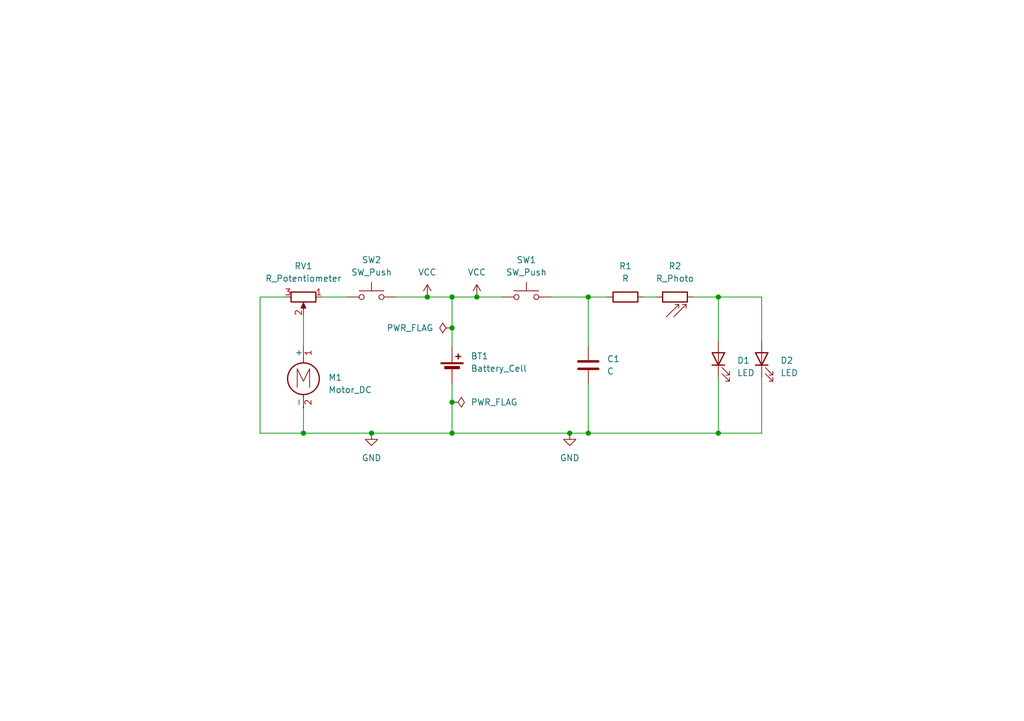
<source format=kicad_sch>
(kicad_sch (version 20250114) (generator "eeschema") (generator_version "9.0")
  (paper "A5")
  (title_block (title "Schematics for PCB Keychain/Fidget") (date "2025-06-24") (rev "0"))
  (lib_symbols
    (symbol "Device:Battery_Cell" (pin_numbers (hide yes)) (pin_names (offset 0) (hide yes))
      (property "Reference" "BT" (at 2.54 2.54 0))
      (property "Value" "Battery_Cell" (at 2.54 0 0))
      (symbol "Battery_Cell_0_1"
        (rectangle (start -2.286 1.778) (end 2.286 1.524) (fill (type outline)))
        (rectangle (start -1.524 1.016) (end 1.524 0.508) (fill (type outline)))
        (polyline (pts (xy 0 1.778) (xy 0 2.54)))
        (polyline (pts (xy 0 0.762) (xy 0 0)))
        (polyline (pts (xy 0.762 3.048) (xy 1.778 3.048)) (stroke (width 0.254)))
        (polyline (pts (xy 1.27 3.556) (xy 1.27 2.54)) (stroke (width 0.254)))
      )
      (symbol "Battery_Cell_1_1"
        (pin passive line (at 0 5.08 270) (length 2.54) (name "+") (number "1"))
        (pin passive line (at 0 -2.54 90) (length 2.54) (name "-") (number "2"))
      )
    )
    (symbol "Device:C" (pin_numbers (hide yes)) (pin_names (offset 0.254))
      (property "Reference" "C" (at 0.635 2.54 0))
      (property "Value" "C" (at 0.635 -2.54 0))
      (symbol "C_0_1"
        (polyline (pts (xy -2.032 0.762) (xy 2.032 0.762)) (stroke (width 0.508)))
        (polyline (pts (xy -2.032 -0.762) (xy 2.032 -0.762)) (stroke (width 0.508)))
      )
      (symbol "C_1_1"
        (pin passive line (at 0 3.81 270) (length 2.794) (name "~") (number "1"))
        (pin passive line (at 0 -3.81 90) (length 2.794) (name "~") (number "2"))
      )
    )
    (symbol "Device:LED" (pin_numbers (hide yes)) (pin_names (offset 1.016) (hide yes))
      (property "Reference" "D" (at 0 2.54 0))
      (property "Value" "LED" (at 0 -2.54 0))
      (symbol "LED_0_1"
        (polyline (pts (xy -3.048 -0.762) (xy -4.572 -2.286) (xy -3.81 -2.286) (xy -4.572 -2.286) (xy -4.572 -1.524)))
        (polyline (pts (xy -1.778 -0.762) (xy -3.302 -2.286) (xy -2.54 -2.286) (xy -3.302 -2.286) (xy -3.302 -1.524)))
        (polyline (pts (xy -1.27 0) (xy 1.27 0)))
        (polyline (pts (xy -1.27 -1.27) (xy -1.27 1.27)) (stroke (width 0.254)))
        (polyline (pts (xy 1.27 -1.27) (xy 1.27 1.27) (xy -1.27 0) (xy 1.27 -1.27)) (stroke (width 0.254)))
      )
      (symbol "LED_1_1"
        (pin passive line (at -3.81 0 0) (length 2.54) (name "K") (number "1"))
        (pin passive line (at 3.81 0 180) (length 2.54) (name "A") (number "2"))
      )
    )
    (symbol "Device:R" (pin_numbers (hide yes)) (pin_names (offset 0))
      (property "Reference" "R" (at 2.032 0 90))
      (property "Value" "R" (at 0 0 90))
      (symbol "R_0_1"
        (rectangle (start -1.016 -2.54) (end 1.016 2.54) (stroke (width 0.254)))
      )
      (symbol "R_1_1"
        (pin passive line (at 0 3.81 270) (length 1.27) (name "~") (number "1"))
        (pin passive line (at 0 -3.81 90) (length 1.27) (name "~") (number "2"))
      )
    )
    (symbol "Device:R_Photo" (pin_numbers (hide yes)) (pin_names (offset 0))
      (property "Reference" "R" (at 1.27 1.27 0))
      (property "Value" "R_Photo" (at 1.27 0 0))
      (symbol "R_Photo_0_1"
        (polyline (pts (xy -1.524 -0.762) (xy -4.064 1.778)))
        (polyline (pts (xy -1.524 -0.762) (xy -2.286 -0.762)))
        (polyline (pts (xy -1.524 -0.762) (xy -1.524 0)))
        (polyline (pts (xy -1.524 -2.286) (xy -4.064 0.254)))
        (polyline (pts (xy -1.524 -2.286) (xy -2.286 -2.286)))
        (polyline (pts (xy -1.524 -2.286) (xy -1.524 -1.524)))
        (rectangle (start -1.016 2.54) (end 1.016 -2.54) (stroke (width 0.254)))
      )
      (symbol "R_Photo_1_1"
        (pin passive line (at 0 3.81 270) (length 1.27) (name "~") (number "1"))
        (pin passive line (at 0 -3.81 90) (length 1.27) (name "~") (number "2"))
      )
    )
    (symbol "Device:R_Potentiometer" (pin_names (offset 1.016) (hide yes))
      (property "Reference" "RV" (at -4.445 0 90))
      (property "Value" "R_Potentiometer" (at -2.54 0 90))
      (symbol "R_Potentiometer_0_1"
        (rectangle (start 1.016 2.54) (end -1.016 -2.54) (stroke (width 0.254)))
        (polyline (pts (xy 1.143 0) (xy 2.286 0.508) (xy 2.286 -0.508) (xy 1.143 0)) (fill (type outline)))
        (polyline (pts (xy 2.54 0) (xy 1.524 0)))
      )
      (symbol "R_Potentiometer_1_1"
        (pin passive line (at 0 3.81 270) (length 1.27) (name "1") (number "1"))
        (pin passive line (at 0 -3.81 90) (length 1.27) (name "3") (number "3"))
        (pin passive line (at 3.81 0 180) (length 1.27) (name "2") (number "2"))
      )
    )
    (symbol "Motor:Motor_DC" (pin_names (offset 0))
      (property "Reference" "M" (at 2.54 2.54 0))
      (property "Value" "Motor_DC" (at 2.54 -5.08 0))
      (symbol "Motor_DC_0_0"
        (polyline (pts (xy -1.27 -3.302) (xy -1.27 0.508) (xy 0 -2.032) (xy 1.27 0.508) (xy 1.27 -3.302)))
      )
      (symbol "Motor_DC_0_1"
        (polyline (pts (xy 0 2.032) (xy 0 2.54)))
        (polyline (pts (xy 0 1.7272) (xy 0 2.0828)))
        (circle (center 0 -1.524) (radius 3.2512) (stroke (width 0.254)))
        (polyline (pts (xy 0 -4.7752) (xy 0 -5.1816)))
        (polyline (pts (xy 0 -7.62) (xy 0 -7.112)))
      )
      (symbol "Motor_DC_1_1"
        (pin passive line (at 0 5.08 270) (length 2.54) (name "+") (number "1"))
        (pin passive line (at 0 -7.62 90) (length 2.54) (name "-") (number "2"))
      )
    )
    (symbol "Switch:SW_Push" (pin_numbers (hide yes)) (pin_names (offset 1.016) (hide yes))
      (property "Reference" "SW" (at 1.27 2.54 0))
      (property "Value" "SW_Push" (at 0 -1.524 0))
      (symbol "SW_Push_0_1"
        (circle (center -2.032 0) (radius 0.508))
        (polyline (pts (xy 0 1.27) (xy 0 3.048)))
        (circle (center 2.032 0) (radius 0.508))
        (polyline (pts (xy 2.54 1.27) (xy -2.54 1.27)))
        (pin passive line (at -5.08 0 0) (length 2.54) (name "1") (number "1"))
        (pin passive line (at 5.08 0 180) (length 2.54) (name "2") (number "2"))
      )
    )
    (symbol "power:GND" (power) (pin_numbers (hide yes)) (pin_names (offset 0) (hide yes))
      (property "Value" "GND" (at 0 -3.81 0))
      (symbol "GND_0_1"
        (polyline (pts (xy 0 0) (xy 0 -1.27) (xy 1.27 -1.27) (xy 0 -2.54) (xy -1.27 -1.27) (xy 0 -1.27)))
      )
      (symbol "GND_1_1"
        (pin power_in line (at 0 0 270) (length 0) (name "~") (number "1"))
      )
    )
    (symbol "power:PWR_FLAG" (power) (pin_numbers (hide yes)) (pin_names (offset 0) (hide yes))
      (property "Value" "PWR_FLAG" (at 0 3.81 0))
      (symbol "PWR_FLAG_0_0"
        (pin power_out line (at 0 0 90) (length 0) (name "~") (number "1"))
      )
      (symbol "PWR_FLAG_0_1"
        (polyline (pts (xy 0 0) (xy 0 1.27) (xy -1.016 1.905) (xy 0 2.54) (xy 1.016 1.905) (xy 0 1.27)))
      )
    )
    (symbol "power:VCC" (power) (pin_numbers (hide yes)) (pin_names (offset 0) (hide yes))
      (property "Value" "VCC" (at 0 3.556 0))
      (symbol "VCC_0_1"
        (polyline (pts (xy -0.762 1.27) (xy 0 2.54)))
        (polyline (pts (xy 0 2.54) (xy 0.762 1.27)))
        (polyline (pts (xy 0 0) (xy 0 2.54)))
      )
      (symbol "VCC_1_1"
        (pin power_in line (at 0 0 90) (length 0) (name "~") (number "1"))
      )
    )
  )
  (junction (at 87.63 60.96))
  (junction (at 92.71 88.9))
  (junction (at 62.23 88.9))
  (junction (at 92.71 67.31))
  (junction (at 120.65 60.96))
  (junction (at 147.32 88.9))
  (junction (at 120.65 88.9))
  (junction (at 92.71 60.96))
  (junction (at 147.32 60.96))
  (junction (at 97.79 60.96))
  (junction (at 92.71 82.55))
  (junction (at 76.2 88.9))
  (junction (at 116.84 88.9))
  (wire (pts (xy 92.71 67.31) (xy 92.71 60.96)))
  (wire (pts (xy 147.32 60.96) (xy 147.32 69.85)))
  (wire (pts (xy 92.71 60.96) (xy 97.79 60.96)))
  (wire (pts (xy 62.23 64.77) (xy 62.23 71.12)))
  (wire (pts (xy 53.34 60.96) (xy 58.42 60.96)))
  (wire (pts (xy 120.65 60.96) (xy 124.46 60.96)))
  (wire (pts (xy 132.08 60.96) (xy 134.62 60.96)))
  (wire (pts (xy 156.21 88.9) (xy 147.32 88.9)))
  (wire (pts (xy 156.21 60.96) (xy 156.21 69.85)))
  (wire (pts (xy 53.34 88.9) (xy 62.23 88.9)))
  (wire (pts (xy 97.79 60.96) (xy 102.87 60.96)))
  (wire (pts (xy 116.84 88.9) (xy 120.65 88.9)))
  (wire (pts (xy 113.03 60.96) (xy 120.65 60.96)))
  (wire (pts (xy 92.71 82.55) (xy 92.71 78.74)))
  (wire (pts (xy 53.34 88.9) (xy 53.34 60.96)))
  (wire (pts (xy 62.23 88.9) (xy 76.2 88.9)))
  (wire (pts (xy 92.71 88.9) (xy 92.71 82.55)))
  (wire (pts (xy 81.28 60.96) (xy 87.63 60.96)))
  (wire (pts (xy 120.65 78.74) (xy 120.65 88.9)))
  (wire (pts (xy 120.65 60.96) (xy 120.65 71.12)))
  (wire (pts (xy 147.32 60.96) (xy 156.21 60.96)))
  (wire (pts (xy 142.24 60.96) (xy 147.32 60.96)))
  (wire (pts (xy 62.23 83.82) (xy 62.23 88.9)))
  (wire (pts (xy 87.63 60.96) (xy 92.71 60.96)))
  (wire (pts (xy 120.65 88.9) (xy 147.32 88.9)))
  (wire (pts (xy 92.71 71.12) (xy 92.71 67.31)))
  (wire (pts (xy 92.71 88.9) (xy 116.84 88.9)))
  (wire (pts (xy 76.2 88.9) (xy 92.71 88.9)))
  (wire (pts (xy 66.04 60.96) (xy 71.12 60.96)))
  (wire (pts (xy 156.21 77.47) (xy 156.21 88.9)))
  (wire (pts (xy 147.32 77.47) (xy 147.32 88.9)))
  (symbol (lib_id "power:PWR_FLAG") (at 92.71 67.31 90) (unit 1)
    (property "Reference" "#FLG01" (effects (hide yes)))
    (property "Value" "PWR_FLAG" (at 88.9 67.3099 90) (effects (justify left)))
    (property "Description" "Special symbol for telling ERC where power comes from" (effects (hide yes)))
  )
  (symbol (lib_id "power:GND") (at 76.2 88.9 0) (unit 1)
    (property "Reference" "#PWR03" (effects (hide yes)))
    (property "Value" "GND" (at 76.2 93.98 0))
    (property "Description" "Power symbol creates a global label with name \"GND\" , ground" (effects (hide yes)))
  )
  (symbol (lib_id "power:VCC") (at 87.63 60.96 0) (unit 1)
    (property "Reference" "#PWR02" (effects (hide yes)))
    (property "Value" "VCC" (at 87.63 55.88 0))
    (property "Description" "Power symbol creates a global label with name \"VCC\"" (effects (hide yes)))
  )
  (symbol (lib_id "power:VCC") (at 97.79 60.96 0) (unit 1)
    (property "Reference" "#PWR01" (effects (hide yes)))
    (property "Value" "VCC" (at 97.79 55.88 0))
    (property "Description" "Power symbol creates a global label with name \"VCC\"" (effects (hide yes)))
  )
  (symbol (lib_id "Device:C") (at 120.65 74.93 180) (unit 1)
    (property "Reference" "C1" (at 124.46 73.6599 0) (effects (justify right)))
    (property "Value" "C" (at 124.46 76.1999 0) (effects (justify right)))
    (property "Footprint" "Capacitor_THT:CP_Radial_D8.0mm_P5.00mm" (effects (hide yes)))
    (property "Description" "Unpolarized capacitor" (effects (hide yes)))
  )
  (symbol (lib_id "Switch:SW_Push") (at 107.95 60.96 0) (unit 1)
    (property "Reference" "SW1" (at 107.95 53.34 0))
    (property "Value" "SW_Push" (at 107.95 55.88 0))
    (property "Footprint" "Button_Switch_THT:SW_PUSH_6mm" (effects (hide yes)))
    (property "Description" "Push button switch, generic, two pins" (effects (hide yes)))
  )
  (symbol (lib_id "Motor:Motor_DC") (at 62.23 76.2 0) (unit 1)
    (property "Reference" "M1" (at 67.31 77.4699 0) (effects (justify left)))
    (property "Value" "Motor_DC" (at 67.31 80.0099 0) (effects (justify left)))
    (property "Footprint" "Connector_PinHeader_2.54mm:PinHeader_1x02_P2.54mm_Vertical" (effects (hide yes)))
    (property "Description" "DC Motor" (effects (hide yes)))
  )
  (symbol (lib_id "Device:R") (at 128.27 60.96 90) (unit 1)
    (property "Reference" "R1" (at 128.27 54.61 90))
    (property "Value" "R" (at 128.27 57.15 90))
    (property "Footprint" "Resistor_THT:R_Axial_DIN0207_L6.3mm_D2.5mm_P7.62mm_Horizontal" (effects (hide yes)))
    (property "Description" "Resistor" (effects (hide yes)))
  )
  (symbol (lib_id "Device:LED") (at 156.21 73.66 90) (unit 1)
    (property "Reference" "D2" (at 160.02 73.9774 90) (effects (justify right)))
    (property "Value" "LED" (at 160.02 76.5174 90) (effects (justify right)))
    (property "Footprint" "LED_THT:LED_D5.0mm" (effects (hide yes)))
    (property "Description" "Light emitting diode" (effects (hide yes)))
    (property "Sim.Pins" "1=K 2=A" (effects (hide yes)))
  )
  (symbol (lib_id "Switch:SW_Push") (at 76.2 60.96 0) (unit 1)
    (property "Reference" "SW2" (at 76.2 53.34 0))
    (property "Value" "SW_Push" (at 76.2 55.88 0))
    (property "Footprint" "Button_Switch_THT:SW_PUSH_6mm" (effects (hide yes)))
    (property "Description" "Push button switch, generic, two pins" (effects (hide yes)))
  )
  (symbol (lib_id "power:GND") (at 116.84 88.9 0) (unit 1)
    (property "Reference" "#PWR04" (effects (hide yes)))
    (property "Value" "GND" (at 116.84 93.98 0))
    (property "Description" "Power symbol creates a global label with name \"GND\" , ground" (effects (hide yes)))
  )
  (symbol (lib_id "power:PWR_FLAG") (at 92.71 82.55 270) (unit 1)
    (property "Reference" "#FLG02" (effects (hide yes)))
    (property "Value" "PWR_FLAG" (at 96.52 82.5499 90) (effects (justify left)))
    (property "Description" "Special symbol for telling ERC where power comes from" (effects (hide yes)))
  )
  (symbol (lib_id "Device:Battery_Cell") (at 92.71 76.2 0) (unit 1)
    (property "Reference" "BT1" (at 96.52 73.0884 0) (effects (justify left)))
    (property "Value" "Battery_Cell" (at 96.52 75.6284 0) (effects (justify left)))
    (property "Footprint" "Battery:BatteryHolder_Keystone_3034_1x20mm" (effects (hide yes)))
    (property "Description" "Single-cell battery" (effects (hide yes)))
  )
  (symbol (lib_id "Device:R_Potentiometer") (at 62.23 60.96 270) (unit 1)
    (property "Reference" "RV1" (at 62.23 54.61 90))
    (property "Value" "R_Potentiometer" (at 62.23 57.15 90))
    (property "Footprint" "Potentiometer_THT:Potentiometer_Vishay_T73YP_Vertical" (effects (hide yes)))
    (property "Description" "Potentiometer" (effects (hide yes)))
  )
  (symbol (lib_id "Device:R_Photo") (at 138.43 60.96 90) (unit 1)
    (property "Reference" "R2" (at 138.43 54.61 90))
    (property "Value" "R_Photo" (at 138.43 57.15 90))
    (property "Footprint" "OptoDevice:R_LDR_5.1x4.3mm_P3.4mm_Vertical" (effects (hide yes)))
    (property "Description" "Photoresistor" (effects (hide yes)))
  )
  (symbol (lib_id "Device:LED") (at 147.32 73.66 90) (unit 1)
    (property "Reference" "D1" (at 151.13 73.9774 90) (effects (justify right)))
    (property "Value" "LED" (at 151.13 76.5174 90) (effects (justify right)))
    (property "Footprint" "LED_THT:LED_D5.0mm" (effects (hide yes)))
    (property "Description" "Light emitting diode" (effects (hide yes)))
    (property "Sim.Pins" "1=K 2=A" (effects (hide yes)))
  )
)
</source>
